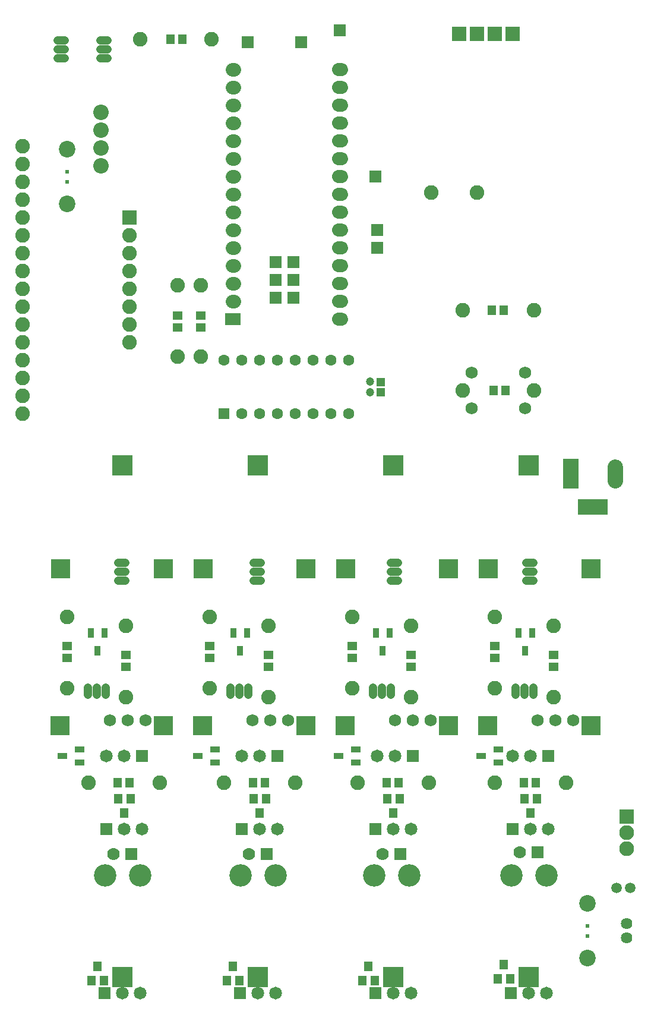
<source format=gbs>
G04 Layer: BottomSolderMaskLayer*
G04 EasyEDA v5.9.42, Thu, 04 Apr 2019 19:27:21 GMT*
G04 a42c463e7e4844508e23aeb05d994216*
G04 Gerber Generator version 0.2*
G04 Scale: 100 percent, Rotated: No, Reflected: No *
G04 Dimensions in millimeters *
G04 leading zeros omitted , absolute positions ,3 integer and 3 decimal *
%FSLAX33Y33*%
%MOMM*%
G90*
G71D02*

%ADD37C,1.778000*%
%ADD62C,1.203198*%
%ADD63C,2.203196*%
%ADD64C,1.981200*%
%ADD65C,1.903197*%
%ADD66C,1.727200*%
%ADD67R,2.903220X2.903220*%
%ADD68R,1.600200X1.600200*%
%ADD69C,1.600200*%
%ADD70C,2.082800*%
%ADD71R,1.778000X1.778000*%
%ADD72R,2.743200X2.743200*%
%ADD73R,2.203196X4.203192*%
%ADD74R,4.203192X2.203196*%
%ADD75R,2.082800X2.082800*%
%ADD76R,1.816100X1.816100*%
%ADD77C,1.816100*%
%ADD78C,3.203194*%
%ADD79R,2.203196X1.803197*%
%ADD80R,2.003196X2.003196*%
%ADD81R,2.108200X2.108200*%
%ADD82C,2.108200*%
%ADD83C,1.503197*%
%ADD84C,1.625600*%
%ADD85C,2.362200*%
%ADD86R,1.402080X1.303020*%
%ADD87R,1.303020X1.402080*%
%ADD88R,1.303198X1.203198*%
%ADD89R,1.219200X1.346200*%
%ADD90R,1.453210X0.903199*%
%ADD91R,0.903199X1.453210*%
%ADD92R,0.601980X0.601980*%

%LPD*%
G54D62*
G01X19422Y66149D02*
G01X18423Y66149D01*
G01X19422Y64879D02*
G01X18423Y64879D01*
G01X19422Y63609D02*
G01X18423Y63609D01*
G01X38726Y66149D02*
G01X37727Y66149D01*
G01X38726Y64879D02*
G01X37727Y64879D01*
G01X38726Y63609D02*
G01X37727Y63609D01*
G01X58284Y66149D02*
G01X57285Y66149D01*
G01X58284Y64879D02*
G01X57285Y64879D01*
G01X58284Y63609D02*
G01X57285Y63609D01*
G01X77588Y66149D02*
G01X76589Y66149D01*
G01X77588Y64879D02*
G01X76589Y64879D01*
G01X77588Y63609D02*
G01X76589Y63609D01*
G54D63*
G01X89311Y79795D02*
G01X89311Y77795D01*
G54D62*
G01X16882Y140571D02*
G01X15883Y140571D01*
G01X16882Y139301D02*
G01X15883Y139301D01*
G01X16882Y138031D02*
G01X15883Y138031D01*
G01X10786Y140571D02*
G01X9787Y140571D01*
G01X10786Y139301D02*
G01X9787Y139301D01*
G01X10786Y138031D02*
G01X9787Y138031D01*
G01X77597Y47361D02*
G01X77597Y48361D01*
G01X76327Y47361D02*
G01X76327Y48361D01*
G01X75057Y47361D02*
G01X75057Y48361D01*
G01X16637Y47361D02*
G01X16637Y48361D01*
G01X15367Y47361D02*
G01X15367Y48361D01*
G01X14097Y47361D02*
G01X14097Y48361D01*
G01X36957Y47361D02*
G01X36957Y48361D01*
G01X35687Y47361D02*
G01X35687Y48361D01*
G01X34417Y47361D02*
G01X34417Y48361D01*
G01X57277Y47361D02*
G01X57277Y48361D01*
G01X56007Y47361D02*
G01X56007Y48361D01*
G01X54737Y47361D02*
G01X54737Y48361D01*
G54D64*
G01X34637Y103360D02*
G01X34959Y103360D01*
G01X34637Y105900D02*
G01X34959Y105900D01*
G01X34637Y108440D02*
G01X34959Y108440D01*
G01X34637Y110980D02*
G01X34959Y110980D01*
G01X34637Y113520D02*
G01X34959Y113520D01*
G01X34637Y116060D02*
G01X34959Y116060D01*
G01X34637Y118600D02*
G01X34959Y118600D01*
G01X34637Y121140D02*
G01X34959Y121140D01*
G01X34637Y123680D02*
G01X34959Y123680D01*
G01X34637Y126220D02*
G01X34959Y126220D01*
G01X34637Y128760D02*
G01X34959Y128760D01*
G01X34637Y131300D02*
G01X34959Y131300D01*
G01X34637Y133840D02*
G01X34959Y133840D01*
G01X34637Y136431D02*
G01X34959Y136431D01*
G54D65*
G01X49838Y100820D02*
G01X50237Y100820D01*
G01X49838Y103360D02*
G01X50237Y103360D01*
G01X49838Y105900D02*
G01X50237Y105900D01*
G01X49838Y108440D02*
G01X50237Y108440D01*
G01X49838Y110980D02*
G01X50237Y110980D01*
G01X49838Y113520D02*
G01X50237Y113520D01*
G01X49838Y116060D02*
G01X50237Y116060D01*
G01X49838Y118600D02*
G01X50237Y118600D01*
G01X49838Y121140D02*
G01X50237Y121140D01*
G01X49838Y123680D02*
G01X50237Y123680D01*
G01X49838Y126220D02*
G01X50237Y126220D01*
G01X49838Y128760D02*
G01X50237Y128760D01*
G01X49838Y131300D02*
G01X50237Y131300D01*
G01X49838Y133840D02*
G01X50237Y133840D01*
G01X49838Y136380D02*
G01X50237Y136380D01*
G54D66*
G01X76454Y88120D03*
G01X68834Y88120D03*
G01X76454Y93200D03*
G01X68834Y93200D03*
G54D67*
G01X19051Y79985D03*
G01X38350Y79985D03*
G01X57649Y79985D03*
G01X76950Y79985D03*
G01X19051Y7085D03*
G01X38350Y7085D03*
G01X57649Y7085D03*
G01X76950Y7085D03*
G54D63*
G01X16002Y130284D03*
G01X16002Y127744D03*
G01X16002Y125204D03*
G01X16002Y122664D03*
G54D68*
G01X33528Y87358D03*
G54D69*
G01X36068Y87358D03*
G01X38608Y87358D03*
G01X41148Y87358D03*
G01X43688Y87358D03*
G01X46228Y87358D03*
G01X48768Y87358D03*
G01X51308Y87358D03*
G01X51308Y94978D03*
G01X48768Y94978D03*
G01X46228Y94978D03*
G01X43688Y94978D03*
G01X41148Y94978D03*
G01X38608Y94978D03*
G01X36068Y94978D03*
G01X33528Y94978D03*
G54D70*
G01X69545Y118854D03*
G01X63042Y118854D03*
G54D71*
G01X40894Y103868D03*
G01X43434Y103868D03*
G01X43434Y106408D03*
G01X40894Y106408D03*
G01X36921Y140281D03*
G01X44541Y140281D03*
G01X40894Y108948D03*
G01X43434Y108948D03*
G54D86*
G01X11176Y52561D03*
G01X11176Y54260D03*
G54D70*
G01X11176Y48242D03*
G01X11176Y58402D03*
G54D86*
G01X31496Y52561D03*
G01X31496Y54260D03*
G54D70*
G01X31496Y48242D03*
G01X31496Y58402D03*
G54D86*
G01X51816Y52561D03*
G01X51816Y54260D03*
G54D70*
G01X51816Y48242D03*
G01X51816Y58402D03*
G54D86*
G01X72136Y52561D03*
G01X72136Y54260D03*
G54D70*
G01X72136Y48242D03*
G01X72136Y58402D03*
G54D87*
G01X39368Y34780D03*
G01X37669Y34780D03*
G54D86*
G01X39878Y51291D03*
G01X39878Y52990D03*
G54D70*
G01X39878Y46972D03*
G01X39878Y57132D03*
G01X62738Y34780D03*
G01X52578Y34780D03*
G54D86*
G01X60198Y51291D03*
G01X60198Y52990D03*
G54D70*
G01X60198Y46972D03*
G01X60198Y57132D03*
G54D87*
G01X77976Y34780D03*
G01X76277Y34780D03*
G54D86*
G01X80518Y51291D03*
G01X80518Y52990D03*
G54D70*
G01X80518Y46972D03*
G01X80518Y57132D03*
G54D86*
G01X19558Y51291D03*
G01X19558Y52990D03*
G54D70*
G01X19558Y46972D03*
G01X19558Y57132D03*
G01X24384Y34780D03*
G01X14224Y34780D03*
G54D87*
G01X20064Y34780D03*
G01X18365Y34780D03*
G54D70*
G01X77724Y90660D03*
G01X67564Y90660D03*
G54D87*
G01X73658Y90660D03*
G01X71959Y90660D03*
G01X58418Y34780D03*
G01X56719Y34780D03*
G54D70*
G01X43688Y34780D03*
G01X33528Y34780D03*
G54D88*
G01X55880Y91829D03*
G01X55880Y90430D03*
G54D70*
G01X82296Y34780D03*
G01X72136Y34780D03*
G54D72*
G01X85852Y42908D03*
G01X71120Y42908D03*
G01X85852Y65260D03*
G01X71145Y65234D03*
G54D66*
G01X83312Y43670D03*
G01X78232Y43670D03*
G01X80772Y43670D03*
G54D72*
G01X65532Y42908D03*
G01X50800Y42908D03*
G01X65532Y65260D03*
G01X50825Y65234D03*
G54D66*
G01X62992Y43670D03*
G01X57912Y43670D03*
G01X60452Y43670D03*
G54D72*
G01X45212Y42908D03*
G01X30480Y42908D03*
G01X45212Y65260D03*
G01X30505Y65234D03*
G54D66*
G01X42672Y43670D03*
G01X37592Y43670D03*
G01X40132Y43670D03*
G54D70*
G01X26924Y105646D03*
G01X26924Y95486D03*
G54D86*
G01X26924Y101329D03*
G01X26924Y99630D03*
G01X30226Y101326D03*
G01X30226Y99627D03*
G54D70*
G01X30226Y105646D03*
G01X30226Y95486D03*
G54D73*
G01X82937Y78794D03*
G54D74*
G01X86051Y74087D03*
G54D70*
G01X4826Y125458D03*
G01X4826Y122918D03*
G01X4826Y120378D03*
G01X4826Y117838D03*
G01X4826Y115298D03*
G01X4826Y112758D03*
G01X4826Y110218D03*
G01X4826Y107678D03*
G01X4826Y105138D03*
G01X4826Y102598D03*
G01X4826Y100058D03*
G01X4826Y97518D03*
G01X4826Y94978D03*
G01X4826Y92438D03*
G01X4826Y89898D03*
G01X4826Y87358D03*
G54D75*
G01X20066Y115298D03*
G54D70*
G01X20066Y112758D03*
G01X20066Y110218D03*
G01X20066Y107678D03*
G01X20066Y105138D03*
G01X20066Y102598D03*
G01X20066Y100058D03*
G01X20066Y97518D03*
G54D72*
G01X24892Y42908D03*
G01X10160Y42908D03*
G01X24892Y65260D03*
G01X10185Y65234D03*
G54D66*
G01X22352Y43670D03*
G01X17272Y43670D03*
G01X19812Y43670D03*
G54D70*
G01X31750Y140698D03*
G01X21590Y140698D03*
G54D87*
G01X25909Y140698D03*
G01X27608Y140698D03*
G54D62*
G01X54356Y90406D03*
G01X54356Y91907D03*
G54D71*
G01X50038Y141968D03*
G01X55118Y121140D03*
G01X55372Y113520D03*
G01X55372Y110980D03*
G54D76*
G01X79757Y38588D03*
G54D77*
G01X77216Y38590D03*
G01X74676Y38590D03*
G54D76*
G01X21845Y38588D03*
G54D77*
G01X19304Y38590D03*
G01X16764Y38590D03*
G54D76*
G01X41149Y38588D03*
G54D77*
G01X38608Y38590D03*
G01X36068Y38590D03*
G54D76*
G01X60453Y38588D03*
G54D77*
G01X57912Y38590D03*
G01X55372Y38590D03*
G54D78*
G01X79502Y21572D03*
G01X74503Y21572D03*
G01X59944Y21572D03*
G01X54945Y21572D03*
G01X40894Y21572D03*
G01X35895Y21572D03*
G01X21590Y21572D03*
G01X16591Y21572D03*
G54D71*
G01X20320Y24620D03*
G54D37*
G01X17780Y24620D03*
G54D71*
G01X39624Y24620D03*
G54D37*
G01X37084Y24620D03*
G54D71*
G01X58674Y24620D03*
G54D37*
G01X56134Y24620D03*
G54D71*
G01X78232Y24874D03*
G54D37*
G01X75692Y24874D03*
G54D89*
G01X15494Y8618D03*
G01X14605Y6586D03*
G01X16383Y6586D03*
G01X38608Y30462D03*
G01X39497Y32494D03*
G01X37719Y32494D03*
G01X34798Y8618D03*
G01X33909Y6586D03*
G01X35687Y6586D03*
G01X57658Y30462D03*
G01X58547Y32494D03*
G01X56769Y32494D03*
G01X54102Y8618D03*
G01X53213Y6586D03*
G01X54991Y6586D03*
G54D76*
G01X74677Y28174D03*
G54D77*
G01X77216Y28176D03*
G01X79756Y28176D03*
G54D76*
G01X74425Y4804D03*
G54D77*
G01X76964Y4805D03*
G01X79504Y4805D03*
G54D89*
G01X77216Y30462D03*
G01X78105Y32494D03*
G01X76327Y32494D03*
G01X73406Y8872D03*
G01X72517Y6840D03*
G01X74295Y6840D03*
G54D76*
G01X36071Y28172D03*
G54D77*
G01X38610Y28173D03*
G01X41150Y28173D03*
G54D76*
G01X35817Y4804D03*
G54D77*
G01X38356Y4805D03*
G01X40896Y4805D03*
G54D76*
G01X55121Y28172D03*
G54D77*
G01X57660Y28173D03*
G01X60200Y28173D03*
G54D76*
G01X55121Y4804D03*
G54D77*
G01X57660Y4805D03*
G01X60200Y4805D03*
G54D89*
G01X19304Y30462D03*
G01X20193Y32494D03*
G01X18415Y32494D03*
G54D76*
G01X16767Y28172D03*
G54D77*
G01X19306Y28173D03*
G01X21846Y28173D03*
G54D76*
G01X16513Y4804D03*
G54D77*
G01X19052Y4805D03*
G01X21592Y4805D03*
G54D79*
G01X34798Y100820D03*
G54D80*
G01X67056Y141460D03*
G01X69596Y141460D03*
G01X72136Y141460D03*
G01X74676Y141460D03*
G54D90*
G01X10434Y38590D03*
G01X12933Y37640D03*
G01X12933Y39540D03*
G54D91*
G01X15494Y53596D03*
G01X16443Y56095D03*
G01X14544Y56095D03*
G54D90*
G01X29738Y38590D03*
G01X32237Y37640D03*
G01X32237Y39540D03*
G54D91*
G01X35814Y53596D03*
G01X36763Y56095D03*
G01X34864Y56095D03*
G54D90*
G01X49804Y38590D03*
G01X52303Y37640D03*
G01X52303Y39540D03*
G54D91*
G01X56134Y53596D03*
G01X57083Y56095D03*
G01X55184Y56095D03*
G54D90*
G01X70124Y38590D03*
G01X72623Y37640D03*
G01X72623Y39540D03*
G54D91*
G01X76454Y53596D03*
G01X77403Y56095D03*
G01X75504Y56095D03*
G54D81*
G01X90932Y29966D03*
G54D82*
G01X90932Y27680D03*
G01X90932Y25369D03*
G54D87*
G01X73407Y102090D03*
G01X71708Y102090D03*
G54D70*
G01X77724Y102090D03*
G01X67564Y102090D03*
G54D83*
G01X91423Y19794D03*
G01X89424Y19794D03*
G54D84*
G01X90932Y12707D03*
G01X90932Y14688D03*
G54D92*
G01X85345Y12985D03*
G01X85345Y14408D03*
G54D85*
G01X85344Y17571D03*
G01X85344Y9824D03*
G01X11176Y125013D03*
G01X11176Y117266D03*
G54D92*
G01X11177Y120427D03*
G01X11177Y121850D03*
M00*
M02*

</source>
